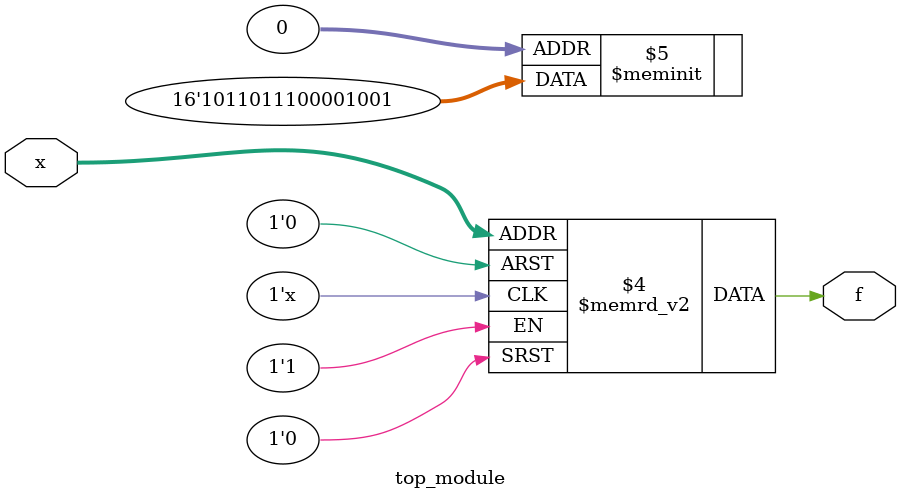
<source format=sv>
module top_module (
    input [4:1] x,
    output logic f
);

    always_comb begin
        case (x)
            4'b0000, 4'b0011, 4'b1000, 4'b1001, 4'b1010, 4'b1111, 4'b1100, 4'b1101: f = 1;
            default: f = 0;
        endcase
    end

endmodule

</source>
